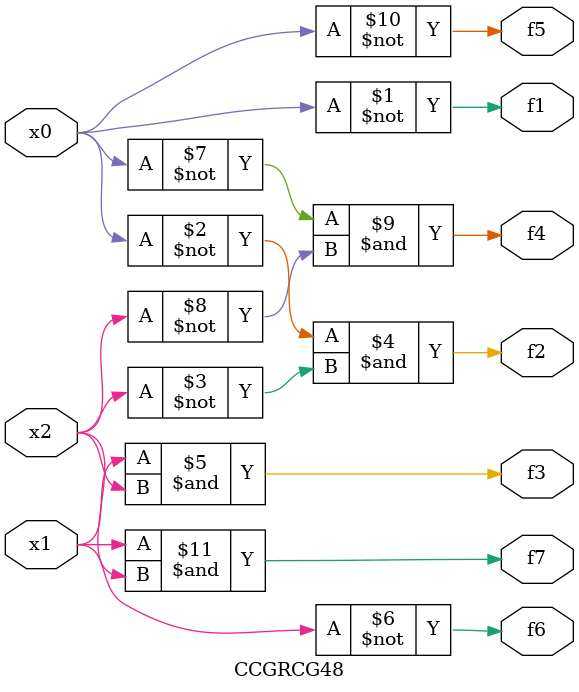
<source format=v>

module CCGRCG48 ( 
    x0, x1, x2,
    f1, f2, f3, f4, f5, f6, f7  );
  input  x0, x1, x2;
  output f1, f2, f3, f4, f5, f6, f7;
  assign f1 = ~x0;
  assign f2 = ~x0 & ~x2;
  assign f3 = x1 & x2;
  assign f6 = ~x1;
  assign f4 = ~x0 & ~x2;
  assign f5 = ~x0;
  assign f7 = x1 & x2;
endmodule



</source>
